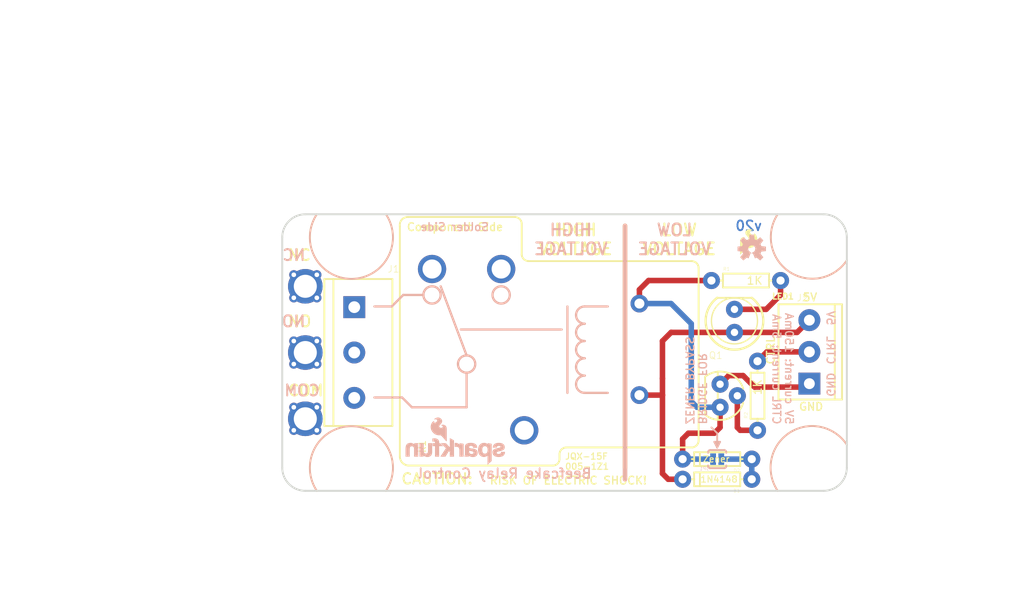
<source format=kicad_pcb>
(kicad_pcb (version 20211014) (generator pcbnew)
  (layers (0 "F.Cu" signal) (31 "B.Cu" signal) (34 "B.Paste" user) (35 "F.Paste" user) (36 "B.SilkS" user "B.Silkscreen") (37 "F.SilkS" user "F.Silkscreen") (38 "B.Mask" user) (39 "F.Mask" user) (44 "Edge.Cuts" user))
  (net 0 "")
  (net 1 "GND")
  (net 2 "VCC")
  (net 3 "N$6")
  (net 4 "RELAY")
  (net 5 "N$9")
  (net 6 "COIL")
  (net 7 "COMMON")
  (net 8 "NC")
  (net 9 "NO")
  (net 10 "DIODENODE")
  (footprint "boardEagle:SFE-LOGO-FLAME" (layer "F.Cu") (at 167.8686 94.2086)
    (fp_text reference "U$11" hide)
    (fp_text value "" hide)
    (fp_poly (pts (xy 1.126002 -2.808203) (xy 1.215449 -2.785829) (xy 1.228477 -2.780783) (xy 1.240149 -2.774875) (xy 1.25686 -2.766576) (xy 1.275552 -2.759834) (xy 1.371694 -2.7026) (xy 1.3793 -2.7026) (xy 1.3793 -2.6772) (xy 1.306833 -2.6772) (xy 1.208418 -2.657914) (xy 1.074855 -2.495286) (xy 1.079365 -2.436825) (xy 1.12809 -2.341869) (xy 1.204666 -2.265196) (xy 1.294069 -2.200638) (xy 1.369348 -2.168824) (xy 1.450737 -2.171632) (xy 1.458864 -2.174186) (xy 1.466257 -2.177389) (xy 1.530514 -2.236956) (xy 1.5368 -2.259812) (xy 1.5368 -2.377938) (xy 1.763707 -2.148127) (xy 1.868186 -1.856841) (xy 1.871603 -1.856894) (xy 1.87806 -1.650435) (xy 1.848857 -1.45742) (xy 1.785308 -1.272842) (xy 1.6663 -1.061578) (xy 1.6663 -1.080581) (xy 1.378131 -0.80901) (xy 0.982239 -0.6985) (xy 0.753005 -0.6985) (xy 0.716201 -0.692046) (xy 0.681776 -0.679592) (xy 0.496322 -0.541784) (xy -0.0126 0.03091) (xy -0.0126 -1.52077) (xy 0.060004 -1.761967) (xy 0.168295 -1.865489) (xy 0.307122 -1.917522) (xy 0.4039 -1.925089) (xy 0.499384 -1.917623) (xy 0.55991 -1.908099) (xy 0.557788 -1.884433) (xy 0.522216 -1.885242) (xy 0.501784 -1.876141) (xy 0.420519 -1.817154) (xy 0.400722 -1.79067) (xy 0.390395 -1.7285) (xy 0.400905 -1.665229) (xy 0.421405 -1.625174) (xy 0.452343 -1.592685) (xy 0.546535 -1.54355) (xy 0.652229 -1.531742) (xy 0.742768 -1.550084) (xy 0.82422 -1.589656) (xy 0.92203 -1.754659) (xy 0.907706 -1.848844) (xy 0.850914 -1.930401) (xy 0.584707 -2.263237) (xy 0.561667 -2.510855) (xy 0.627495 -2.621556) (xy 0.629042 -2.623103) (xy 0.778901 -2.74712) (xy 1.032676 -2.817064)) (layer "F.SilkS") (width 0) (fill solid))
  )
  (footprint "boardEagle:STAND-OFF" (layer "F.Cu") (at 125.0061 117.7036)
    (fp_text reference "U$3" hide)
    (fp_text value "STAND-OFF" hide)
    (pad "" np_thru_hole circle (at 0 0) (size 3.302 3.302) (drill 3.302) (layers *.Cu *.Mask))
  )
  (footprint "boardEagle:CREATIVE_COMMONS" (layer "F.Cu") (at 116.2431 133.3246)
    (fp_text reference "FRAME2" hide)
    (fp_text value "FRAME-LETTER" hide)
  )
  (footprint "boardEagle:TO-92-EZ" (layer "F.Cu") (at 165.6461 109.7661 -90)
    (fp_text reference "Q1" (at -4.445 1.27) (layer "F.SilkS") (effects (font (size 0.757936 0.757936) (thickness 0.054864)) (justify left)))
    (fp_text value "2N3904")
    (fp_line (start -2.0945 1.651) (end 2.0945 1.651) (layer "F.SilkS") (width 0.2032))
    (fp_line (start 2.2537 0.254) (end 2.6549 0.254) (layer "F.SilkS") (width 0.2032))
    (fp_line (start -2.6549 0.254) (end -2.2537 0.254) (layer "F.SilkS") (width 0.2032))
    (fp_line (start -0.2863 0.254) (end 0.2863 0.254) (layer "F.SilkS") (width 0.2032))
    (fp_arc (start 0.7863 -2.548397) (mid 2.546269 -0.7932) (end 2.0945 1.651) (layer "F.SilkS") (width 0.2032))
    (fp_arc (start -2.094599 1.650999) (mid -2.546339 -0.793276) (end -0.7863 -2.5485) (layer "F.SilkS") (width 0.2032))
    (pad "1" thru_hole circle (at -1.27 0 270) (size 1.8796 1.8796) (drill 0.8128) (layers *.Cu) (net 1 "GND"))
    (pad "2" thru_hole circle (at 0 -1.905 270) (size 1.8796 1.8796) (drill 0.8128) (layers *.Cu) (net 3 "N$6"))
    (pad "3" thru_hole circle (at 1.27 0 270) (size 1.8796 1.8796) (drill 0.8128) (layers *.Cu) (net 6 "COIL"))
  )
  (footprint "boardEagle:AXIAL-0.3EZ" (layer "F.Cu") (at 168.5036 97.0661)
    (fp_text reference "R1" (at -2.54 -1.27) (layer "F.SilkS") (effects (font (size 0.376489 0.376489) (thickness 0.029911)) (justify left)))
    (fp_text value "1K" (at 0 0) (layer "F.SilkS") (effects (font (size 0.88646 0.88646) (thickness 0.12954)) (justify left)))
    (fp_line (start 2.54 0) (end 2.54 0.762) (layer "F.SilkS") (width 0.2032))
    (fp_line (start -2.54 0) (end -2.794 0) (layer "F.SilkS") (width 0.2032))
    (fp_line (start 2.54 -0.762) (end 2.54 0) (layer "F.SilkS") (width 0.2032))
    (fp_line (start 2.54 0) (end 2.794 0) (layer "F.SilkS") (width 0.2032))
    (fp_line (start -2.54 0.762) (end -2.54 0) (layer "F.SilkS") (width 0.2032))
    (fp_line (start -2.54 -0.762) (end 2.54 -0.762) (layer "F.SilkS") (width 0.2032))
    (fp_line (start -2.54 0) (end -2.54 -0.762) (layer "F.SilkS") (width 0.2032))
    (fp_line (start 2.54 0.762) (end -2.54 0.762) (layer "F.SilkS") (width 0.2032))
    (pad "P$1" thru_hole circle (at -3.81 0) (size 1.8796 1.8796) (drill 0.9) (layers *.Cu) (net 6 "COIL"))
    (pad "P$2" thru_hole circle (at 3.81 0) (size 1.8796 1.8796) (drill 0.9) (layers *.Cu) (net 5 "N$9"))
  )
  (footprint "boardEagle:DIODE-1N4148-KIT" (layer "F.Cu") (at 165.3286 116.7511 180)
    (fp_text reference "D2" (at -2.54 -1.27) (layer "F.SilkS") (effects (font (size 0.376489 0.376489) (thickness 0.029911)) (justify right)))
    (fp_text value "Zener" (at 1.651 0) (layer "F.SilkS") (effects (font (size 0.700634 0.700634) (thickness 0.112166)) (justify left)))
    (fp_line (start 2.54 -0.762) (end 2.54 0) (layer "F.SilkS") (width 0.2032))
    (fp_line (start 2.54 0.762) (end -2.54 0.762) (layer "F.SilkS") (width 0.2032))
    (fp_line (start -2.54 0.762) (end -2.54 0) (layer "F.SilkS") (width 0.2032))
    (fp_line (start -2.54 0) (end -2.794 0) (layer "F.SilkS") (width 0.2032))
    (fp_line (start 2.54 0) (end 2.54 0.762) (layer "F.SilkS") (width 0.2032))
    (fp_line (start 2.54 0) (end 2.794 0) (layer "F.SilkS") (width 0.2032))
    (fp_line (start -2.54 -0.762) (end 2.54 -0.762) (layer "F.SilkS") (width 0.2032))
    (fp_line (start 1.905 -0.635) (end 1.905 0.635) (layer "F.SilkS") (width 0.2032))
    (fp_line (start -2.54 0) (end -2.54 -0.762) (layer "F.SilkS") (width 0.2032))
    (pad "A" thru_hole circle (at -3.81 0 180) (size 1.8796 1.8796) (drill 0.9) (layers *.Cu) (net 10 "DIODENODE"))
    (pad "C" thru_hole circle (at 3.81 0 180) (size 1.8796 1.8796) (drill 0.9) (layers *.Cu) (net 6 "COIL"))
  )
  (footprint "boardEagle:STAND-OFF" (layer "F.Cu") (at 175.8061 117.7036)
    (fp_text reference "U$4" hide)
    (fp_text value "STAND-OFF" hide)
    (pad "" np_thru_hole circle (at 0 0) (size 3.302 3.302) (drill 3.302) (layers *.Cu *.Mask))
  )
  (footprint "boardEagle:RELAY-T90" (layer "F.Cu") (at 156.7561 95.7961)
    (fp_text reference "K1" (at -23.495 20.32 90) (layer "F.SilkS") (effects (font (size 0.69088 0.69088) (thickness 0.12192)) (justify left bottom)))
    (fp_text value "JQX-15F")
    (fp_line (start 6.525 18.965) (end 6.525 -0.17) (layer "F.SilkS") (width 0.2032))
    (fp_line (start -12.975 -1.57) (end -12.975 -5.035) (layer "F.SilkS") (width 0.2032))
    (fp_line (start -12.225 -0.87) (end 5.775 -0.87) (layer "F.SilkS") (width 0.2032))
    (fp_line (start -8.06 19.665) (end 5.875 19.665) (layer "F.SilkS") (width 0.2032))
    (fp_line (start -8.81 20.965) (end -8.81 20.365) (layer "F.SilkS") (width 0.2032))
    (fp_line (start -25.5 -5.735) (end -13.725 -5.735) (layer "F.SilkS") (width 0.2032))
    (fp_line (start -26.41 20.665) (end -26.41 -4.735) (layer "F.SilkS") (width 0.2032))
    (fp_line (start -9.56 21.665) (end -25.5 21.665) (layer "F.SilkS") (width 0.2032))
    (fp_arc (start 5.775 -0.87) (mid 6.283064 -0.662568) (end 6.524999 -0.169999) (layer "F.SilkS") (width 0.2032))
    (fp_arc (start -12.225 -0.87) (mid -12.733063 -1.077432) (end -12.974998 -1.57) (layer "F.SilkS") (width 0.2032))
    (fp_arc (start -13.725 -5.735) (mid -13.216936 -5.527569) (end -12.975 -5.035) (layer "F.SilkS") (width 0.2032))
    (fp_arc (start -25.5 21.665) (mid -26.145125 21.338013) (end -26.41 20.664998) (layer "F.SilkS") (width 0.2032))
    (fp_arc (start -8.81 20.365) (mid -8.568064 19.872431) (end -8.06 19.664998) (layer "F.SilkS") (width 0.2032))
    (fp_arc (start -26.41 -4.734999) (mid -26.188154 -5.447169) (end -25.5 -5.735) (layer "F.SilkS") (width 0.2032))
    (fp_arc (start 6.525 18.965) (mid 6.316659 19.423327) (end 5.874999 19.664999) (layer "F.SilkS") (width 0.2032))
    (fp_arc (start -8.81 20.965) (mid -9.0375 21.473034) (end -9.559999 21.664999) (layer "F.SilkS") (width 0.2032))
    (pad "COIL1" thru_hole circle (at 0 13.9 90) (size 1.9558 1.9558) (drill 1.1) (layers *.Cu *.Mask) (net 2 "VCC"))
    (pad "COIL2" thru_hole circle (at 0 3.81 90) (size 1.9558 1.9558) (drill 1.1) (layers *.Cu *.Mask) (net 6 "COIL"))
    (pad "MAIN" thru_hole circle (at -12.7 17.78 90) (size 3.116 3.116) (drill 2.1) (layers *.Cu *.Mask) (net 7 "COMMON"))
    (pad "NC" thru_hole circle (at -22.86 0 90) (size 3.116 3.116) (drill 2.1) (layers *.Cu *.Mask) (net 8 "NC"))
    (pad "NO" thru_hole circle (at -15.24 0 90) (size 3.116 3.116) (drill 2.1) (layers *.Cu *.Mask) (net 9 "NO"))
  )
  (footprint "boardEagle:STAND-OFF" (layer "F.Cu") (at 175.8061 92.3036)
    (fp_text reference "U$5" hide)
    (fp_text value "STAND-OFF" hide)
    (pad "" np_thru_hole circle (at 0 0) (size 3.302 3.302) (drill 3.302) (layers *.Cu *.Mask))
  )
  (footprint "boardEagle:AXIAL-0.3EZ" (layer "F.Cu") (at 169.7736 109.7661 90)
    (fp_text reference "R2" (at -2.54 -1.27 90) (layer "F.SilkS") (effects (font (size 0.376489 0.376489) (thickness 0.029911)) (justify left)))
    (fp_text value "1K" (at 0 0 90) (layer "F.SilkS") (effects (font (size 0.88646 0.88646) (thickness 0.12954)) (justify left)))
    (fp_line (start 2.54 0.762) (end -2.54 0.762) (layer "F.SilkS") (width 0.2032))
    (fp_line (start -2.54 -0.762) (end 2.54 -0.762) (layer "F.SilkS") (width 0.2032))
    (fp_line (start -2.54 0.762) (end -2.54 0) (layer "F.SilkS") (width 0.2032))
    (fp_line (start 2.54 0) (end 2.794 0) (layer "F.SilkS") (width 0.2032))
    (fp_line (start 2.54 0) (end 2.54 0.762) (layer "F.SilkS") (width 0.2032))
    (fp_line (start 2.54 -0.762) (end 2.54 0) (layer "F.SilkS") (width 0.2032))
    (fp_line (start -2.54 0) (end -2.54 -0.762) (layer "F.SilkS") (width 0.2032))
    (fp_line (start -2.54 0) (end -2.794 0) (layer "F.SilkS") (width 0.2032))
    (pad "P$1" thru_hole circle (at -3.81 0 90) (size 1.8796 1.8796) (drill 0.9) (layers *.Cu) (net 3 "N$6"))
    (pad "P$2" thru_hole circle (at 3.81 0 90) (size 1.8796 1.8796) (drill 0.9) (layers *.Cu) (net 4 "RELAY"))
  )
  (footprint "boardEagle:SCREWTERMINAL-5MM-3" (layer "F.Cu") (at 125.3236 99.9998 -90)
    (fp_text reference "J1" (at -4.2037 -5.0038) (layer "F.SilkS") (effects (font (size 0.756717 0.756717) (thickness 0.056083)) (justify right)))
    (fp_text value "")
    (fp_line (start 13.1 2.3) (end -3.1 2.3) (layer "F.SilkS") (width 0.2032))
    (fp_line (start 13.1 3.3) (end -3.1 3.3) (layer "F.SilkS") (width 0.2032))
    (fp_line (start 13.1 2.3) (end 13.1 3.3) (layer "F.SilkS") (width 0.2032))
    (fp_line (start -3.1 3.3) (end -3.1 2.3) (layer "F.SilkS") (width 0.2032))
    (fp_line (start 13.1 -4.2) (end 13.1 2.3) (layer "F.SilkS") (width 0.2032))
    (fp_line (start -3.1 -4.2) (end 13.1 -4.2) (layer "F.SilkS") (width 0.2032))
    (fp_line (start -3.1 2.3) (end -3.1 -4.2) (layer "F.SilkS") (width 0.2032))
    (pad "1" thru_hole rect (at 0 0 270) (size 2.413 2.413) (drill 1.3) (layers *.Cu *.Mask) (net 8 "NC"))
    (pad "2" thru_hole circle (at 5 0 270) (size 2.413 2.413) (drill 1.3) (layers *.Cu *.Mask) (net 9 "NO"))
    (pad "3" thru_hole circle (at 10 0 270) (size 2.413 2.413) (drill 1.3) (layers *.Cu *.Mask) (net 7 "COMMON"))
  )
  (footprint "boardEagle:STAND-OFF" (layer "F.Cu") (at 125.0061 92.3036)
    (fp_text reference "U$7" hide)
    (fp_text value "STAND-OFF" hide)
    (pad "" np_thru_hole circle (at 0 0) (size 3.302 3.302) (drill 3.302) (layers *.Cu *.Mask))
  )
  (footprint "boardEagle:DIODE-1N4148-KIT" (layer "F.Cu") (at 165.3286 118.9736 180)
    (fp_text reference "D1" (at -2.54 -1.27) (layer "F.SilkS") (effects (font (size 0.376489 0.376489) (thickness 0.029911)) (justify right)))
    (fp_text value "1N4148" (at 1.905 0) (layer "F.SilkS") (effects (font (size 0.700634 0.700634) (thickness 0.112166)) (justify left)))
    (fp_line (start 1.905 -0.635) (end 1.905 0.635) (layer "F.SilkS") (width 0.2032))
    (fp_line (start -2.54 -0.762) (end 2.54 -0.762) (layer "F.SilkS") (width 0.2032))
    (fp_line (start 2.54 -0.762) (end 2.54 0) (layer "F.SilkS") (width 0.2032))
    (fp_line (start -2.54 0) (end -2.794 0) (layer "F.SilkS") (width 0.2032))
    (fp_line (start 2.54 0) (end 2.794 0) (layer "F.SilkS") (width 0.2032))
    (fp_line (start 2.54 0.762) (end -2.54 0.762) (layer "F.SilkS") (width 0.2032))
    (fp_line (start -2.54 0) (end -2.54 -0.762) (layer "F.SilkS") (width 0.2032))
    (fp_line (start -2.54 0.762) (end -2.54 0) (layer "F.SilkS") (width 0.2032))
    (fp_line (start 2.54 0) (end 2.54 0.762) (layer "F.SilkS") (width 0.2032))
    (pad "A" thru_hole circle (at -3.81 0 180) (size 1.8796 1.8796) (drill 0.9) (layers *.Cu) (net 10 "DIODENODE"))
    (pad "C" thru_hole circle (at 3.81 0 180) (size 1.8796 1.8796) (drill 0.9) (layers *.Cu) (net 2 "VCC"))
  )
  (footprint "boardEagle:SCREWTERMINAL-3.5MM-3" (layer "F.Cu") (at 175.4886 108.4326 90)
    (fp_text reference "J2" (at 9.4615 -0.0635) (layer "F.SilkS") (effects (font (size 0.756717 0.756717) (thickness 0.056083)) (justify right)))
    (fp_text value "")
    (fp_line (start 8.75 2.8) (end -1.75 2.8) (layer "F.SilkS") (width 0.2032))
    (fp_line (start -1.75 3.6) (end -1.75 2.8) (layer "F.SilkS") (width 0.2032))
    (fp_line (start 8.75 2.8) (end 8.75 3.6) (layer "F.SilkS") (width 0.2032))
    (fp_line (start -1.75 -3.4) (end 8.75 -3.4) (layer "F.SilkS") (width 0.2032))
    (fp_line (start 8.75 -3.4) (end 8.75 2.8) (layer "F.SilkS") (width 0.2032))
    (fp_line (start 8.75 3.6) (end -1.75 3.6) (layer "F.SilkS") (width 0.2032))
    (fp_line (start -1.75 2.8) (end -1.75 -3.4) (layer "F.SilkS") (width 0.2032))
    (pad "1" thru_hole rect (at 0 0 90) (size 2.413 2.413) (drill 1.2) (layers *.Cu *.Mask) (net 1 "GND"))
    (pad "2" thru_hole circle (at 3.5 0 90) (size 2.413 2.413) (drill 1.2) (layers *.Cu *.Mask) (net 4 "RELAY"))
    (pad "3" thru_hole circle (at 7 0 90) (size 2.413 2.413) (drill 1.2) (layers *.Cu *.Mask) (net 2 "VCC"))
  )
  (footprint "boardEagle:LED5MM-KIT" (layer "F.Cu") (at 167.2336 101.5111 90)
    (fp_text reference "LED1" (at 2.6924 4.064) (layer "F.SilkS") (effects (font (size 0.64135 0.64135) (thickness 0.17145)) (justify left)))
    (fp_text value "")
    (fp_line (start 2.54 1.905) (end 2.54 -1.905) (layer "F.SilkS") (width 0.2032))
    (fp_arc (start 2.54 1.905) (mid -3.175 0) (end 2.54 -1.905) (layer "F.SilkS") (width 0.254))
    (fp_circle (center 0 0) (end 2.54 0) (layer "F.SilkS") (width 0.1524) (fill none))
    (pad "A" thru_hole circle (at -1.27 0 90) (size 1.8796 1.8796) (drill 0.8128) (layers *.Cu) (net 2 "VCC"))
    (pad "K" thru_hole circle (at 1.27 0 90) (size 1.8796 1.8796) (drill 0.8128) (layers *.Cu) (net 5 "N$9"))
  )
  (footprint "boardEagle:SFE_LOGO_NAME_FLAME_.1" (layer "B.Cu") (at 142.3416 117.3861 180)
    (fp_text reference "LOGO1" hide)
    (fp_text value "SFE_LOGO_NAME_FLAME.1_INCH" hide)
    (fp_poly (pts (xy 7.962717 5.195922) (xy 8.04525 5.164972) (xy 8.110112 5.132541) (xy 8.155026 5.098855) (xy 8.231982 5.0219) (xy 8.103817 5.0219) (xy 8.073817 5.0319) (xy 8.054689 5.0319) (xy 8.018361 5.022818) (xy 7.972477 5.013641) (xy 7.94011 4.997458) (xy 7.908081 4.973435) (xy 7.894532 4.953112) (xy 7.885289 4.925383) (xy 7.875288 4.905381) (xy 7.870161 4.89) (xy 7.876608 4.87066) (xy 7.885362 4.835643) (xy 7.903017 4.80916) (xy 7.921313 4.772569) (xy 7.944275 4.749607) (xy 7.972014 4.731115) (xy 8.012016 4.701113) (xy 8.039157 4.683019) (xy 8.108995 4.6481) (xy 8.163817 4.6481) (xy 8.183112 4.654532) (xy 8.197989 4.66445) (xy 8.2119 4.706183) (xy 8.2119 4.841647) (xy 8.353602 4.770796) (xy 8.440998 4.672476) (xy 8.514691 4.546144) (xy 8.566893 4.39998) (xy 8.598297 4.23249) (xy 8.587813 4.043773) (xy 8.5355 3.855448) (xy 8.431878 3.668928) (xy 8.358618 3.574737) (xy 8.276044 3.492162) (xy 8.192524 3.419083) (xy 8.086984 3.355759) (xy 7.982127 3.313816) (xy 7.868165 3.282735) (xy 7.743153 3.2619) (xy 7.553156 3.2619) (xy 7.503397 3.253607) (xy 7.461803 3.228651) (xy 7.366805 3.152652) (xy 7.318163 3.094281) (xy 7.189168 2.965286) (xy 7.13917 2.895289) (xy 7.078159 2.834277) (xy 7.028163 2.774281) (xy 6.978854 2.724972) (xy 6.948855 2.684974) (xy 6.919607 2.655725) (xy 6.890391 2.6119) (xy 6.8219 2.6119) (xy 6.8219 3.93211) (xy 6.832133 4.024207) (xy 6.842579 4.118219) (xy 6.864711 4.184617) (xy 6.896577 4.248348) (xy 6.93223 4.30777) (xy 6.988708 4.341656) (xy 7.031171 4.373503) (xy 7.08585 4.395375) (xy 7.139674 4.416905) (xy 7.206847 4.4281) (xy 7.29469 4.4281) (xy 7.334689 4.4181) (xy 7.358994 4.4181) (xy 7.434319 4.380438) (xy 7.382569 4.328687) (xy 7.334617 4.304711) (xy 7.310581 4.296699) (xy 7.279607 4.265725) (xy 7.264532 4.243112) (xy 7.2581 4.223817) (xy 7.2581 4.206183) (xy 7.265288 4.184619) (xy 7.281313 4.152569) (xy 7.304275 4.129607) (xy 7.327833 4.113902) (xy 7.370903 4.096674) (xy 7.413772 4.0881) (xy 7.485311 4.0881) (xy 7.554357 4.105361) (xy 7.603944 4.13842) (xy 7.636004 4.178495) (xy 7.6519 4.226183) (xy 7.6519 4.282181) (xy 7.627357 4.339448) (xy 7.561404 4.414823) (xy 7.481425 4.504799) (xy 7.408661 4.587958) (xy 7.354008 4.686334) (xy 7.3319 4.785818) (xy 7.3319 4.876183) (xy 7.365667 4.977483) (xy 7.421486 5.055631) (xy 7.517938 5.141365) (xy 7.637145 5.206387) (xy 7.756565 5.2281) (xy 7.866183 5.2281)) (layer "B.SilkS") (width 0) (fill solid))
    (fp_poly (pts (xy 8.4081 2.903547) (xy 8.4081 2.5619) (xy 8.204689 2.5619) (xy 8.173301 2.554053) (xy 8.146088 2.540446) (xy 8.133019 2.520843) (xy 8.1281 2.511005) (xy 8.1281 2.47531) (xy 8.1181 2.435311) (xy 8.1181 2.3981) (xy 8.3881 2.3981) (xy 8.3881 2.0619) (xy 8.1181 2.0619) (xy 8.1181 0.9019) (xy 7.6619 0.9019) (xy 7.6619 2.0619) (xy 7.1957 2.0619) (xy 7.324972 2.158854) (xy 7.453059 2.286941) (xy 7.484974 2.318855) (xy 7.522786 2.347214) (xy 7.56095 2.3981) (xy 7.6619 2.3981) (xy 7.6619 2.566909) (xy 7.694634 2.654201) (xy 7.727171 2.730119) (xy 7.783868 2.798155) (xy 7.860287 2.852741) (xy 7.945902 2.895548) (xy 8.054408 2.9281) (xy 8.358994 2.9281)) (layer "B.SilkS") (width 0) (fill solid))
    (fp_poly (pts (xy 4.274375 1.55959) (xy 4.218994 1.5319) (xy 4.196183 1.5319) (xy 4.166183 1.5219) (xy 4.126183 1.5219) (xy 4.096183 1.5119) (xy 4.058995 1.5119) (xy 4.038994 1.5019) (xy 3.983743 1.5019) (xy 3.876874 1.782432) (xy 4.015793 1.797867) (xy 4.105203 1.807801) (xy 4.208628 1.822577)) (layer "B.SilkS") (width 0) (fill solid))
    (fp_poly (pts (xy 4.323772 2.4181) (xy 4.383773 2.4181) (xy 4.440902 2.406674) (xy 4.490903 2.386674) (xy 4.540902 2.376674) (xy 4.598829 2.353503) (xy 4.64286 2.32048) (xy 4.68286 2.29048) (xy 4.727214 2.257214) (xy 4.762541 2.210112) (xy 4.784786 2.165621) (xy 4.806674 2.110902) (xy 4.8181 2.053773) (xy 4.8181 1.188995) (xy 4.8281 1.168994) (xy 4.8281 1.078995) (xy 4.8381 1.058994) (xy 4.8381 1.038995) (xy 4.8481 1.018994) (xy 4.8481 0.988995) (xy 4.851313 0.982569) (xy 4.8681 0.965782) (xy 4.8681 0.9019) (xy 4.4019 0.9019) (xy 4.4019 0.934218) (xy 4.3919 0.944218) (xy 4.3919 0.954218) (xy 4.3819 0.964218) (xy 4.3819 0.994218) (xy 4.38 0.996118) (xy 4.364273 0.980392) (xy 4.326889 0.955469) (xy 4.296888 0.945468) (xy 4.266889 0.925469) (xy 4.232048 0.913855) (xy 4.136183 0.8819) (xy 4.106183 0.8819) (xy 4.076183 0.8719) (xy 4.036183 0.8719) (xy 4.006183 0.8619) (xy 3.886227 0.8619) (xy 3.836228 0.8719) (xy 3.78531 0.8719) (xy 3.738251 0.883665) (xy 3.684379 0.905214) (xy 3.64084 0.926983) (xy 3.610843 0.946981) (xy 3.567431 0.968687) (xy 3.530392 1.005727) (xy 3.508887 1.037984) (xy 3.478885 1.077986) (xy 3.454118 1.115137) (xy 3.443641 1.167523) (xy 3.4219 1.211006) (xy 3.4219 1.266228) (xy 3.411214 1.31966) (xy 3.432999 1.43948) (xy 3.465048 1.535627) (xy 3.510194 1.614633) (xy 3.587954 1.681284) (xy 3.663755 1.724599) (xy 3.748654 1.756436) (xy 3.833246 1.777584) (xy 3.955105 1.791124) (xy 4.059753 1.516423) (xy 3.994619 1.494712) (xy 3.982569 1.488687) (xy 3.972569 1.478687) (xy 3.932569 1.458687) (xy 3.922569 1.448687) (xy 3.908398 1.441602) (xy 3.8881 1.401005) (xy 3.8881 1.381006) (xy 3.8781 1.361005) (xy 3.8781 1.326183) (xy 3.8881 1.296183) (xy 3.8881 1.278995) (xy 3.891313 1.272569) (xy 3.901313 1.262569) (xy 3.908398 1.248398) (xy 3.922569 1.241313) (xy 3.932569 1.231313) (xy 3.958995 1.2181) (xy 3.978994 1.2181) (xy 3.998995 1.2081) (xy 4.018994 1.2081) (xy 4.038995 1.1981) (xy 4.076228 1.1981) (xy 4.126227 1.2081) (xy 4.171005 1.2081) (xy 4.206702 1.225948) (xy 4.244357 1.235361) (xy 4.265725 1.249607) (xy 4.280393 1.264275) (xy 4.300392 1.294273) (xy 4.316699 1.310581) (xy 4.323855 1.332048) (xy 4.334711 1.364617) (xy 4.344712 1.384619) (xy 4.3519 1.406183) (xy 4.3519 1.568353) (xy 4.347039 1.565922) (xy 4.318994 1.5519) (xy 4.298995 1.5519) (xy 4.278994 1.5419) (xy 4.200252 1.5419) (xy 4.1341 1.80651) (xy 4.238735 1.836406) (xy 4.293987 1.854823) (xy 4.333997 1.878829) (xy 4.3519 1.9027) (xy 4.3519 1.991005) (xy 4.328687 2.037431) (xy 4.318687 2.047431) (xy 4.311602 2.061602) (xy 4.271005 2.0819) (xy 4.251006 2.0819) (xy 4.231005 2.0919) (xy 4.068995 2.0919) (xy 3.982569 2.048687) (xy 3.951313 2.017431) (xy 3.945288 2.005381) (xy 3.935289 1.975383) (xy 3.9281 1.961005) (xy 3.9281 1.8819) (xy 3.455024 1.8819) (xy 3.472418 1.986264) (xy 3.48291 2.049212) (xy 3.50581 2.117914) (xy 3.538344 2.161292) (xy 3.568341 2.211288) (xy 3.602786 2.257214) (xy 3.648712 2.291659) (xy 3.700398 2.32267) (xy 3.753016 2.354241) (xy 3.809098 2.376674) (xy 3.860201 2.386895) (xy 3.920788 2.40709) (xy 3.983148 2.417484) (xy 4.036227 2.4281) (xy 4.273773 2.4281)) (layer "B.SilkS") (width 0) (fill solid))
    (fp_poly (pts (xy 1.318909 2.407105) (xy 1.423264 2.375798) (xy 1.519412 2.333066) (xy 1.607214 2.267214) (xy 1.672541 2.180112) (xy 1.72664 2.071915) (xy 1.754976 1.9019) (xy 1.308765 1.9019) (xy 1.293326 1.979097) (xy 1.276098 2.022167) (xy 1.262526 2.042526) (xy 1.240843 2.056981) (xy 1.204375 2.075215) (xy 1.162662 2.0919) (xy 1.006183 2.0919) (xy 0.98066 2.083392) (xy 0.940665 2.073394) (xy 0.92445 2.067989) (xy 0.8981 2.028465) (xy 0.8981 2.004689) (xy 0.905096 1.976706) (xy 0.927214 1.947214) (xy 0.96011 1.922542) (xy 1.014619 1.895288) (xy 1.068469 1.877338) (xy 1.147009 1.86752) (xy 1.388733 1.807089) (xy 1.483895 1.785942) (xy 1.558903 1.74308) (xy 1.631815 1.701416) (xy 1.698636 1.645732) (xy 1.743641 1.578224) (xy 1.777243 1.499819) (xy 1.788424 1.399193) (xy 1.767087 1.260502) (xy 1.723873 1.141664) (xy 1.658089 1.053951) (xy 1.571411 0.978108) (xy 1.463664 0.924235) (xy 1.348165 0.892735) (xy 1.224722 0.872161) (xy 1.1 0.861768) (xy 0.975278 0.872161) (xy 0.851835 0.892735) (xy 0.736336 0.924235) (xy 0.628589 0.978108) (xy 0.542165 1.053729) (xy 0.466623 1.150855) (xy 0.423006 1.259898) (xy 0.39559 1.4381) (xy 0.8481 1.4381) (xy 0.8481 1.347338) (xy 0.863504 1.308829) (xy 0.887214 1.277214) (xy 0.955427 1.226055) (xy 1.00687 1.217481) (xy 1.056852 1.207484) (xy 1.108449 1.198885) (xy 1.14531 1.2081) (xy 1.185311 1.2081) (xy 1.216699 1.215947) (xy 1.24989 1.232542) (xy 1.284972 1.258854) (xy 1.305598 1.27948) (xy 1.320728 1.34) (xy 1.314053 1.366699) (xy 1.299944 1.394917) (xy 1.268708 1.418344) (xy 1.223987 1.445177) (xy 1.169335 1.463394) (xy 1.011643 1.502817) (xy 0.912131 1.522719) (xy 0.819125 1.543387) (xy 0.735799 1.574634) (xy 0.662989 1.605839) (xy 0.589958 1.647571) (xy 0.522526 1.692526) (xy 0.476359 1.761776) (xy 0.442757 1.840181) (xy 0.431724 1.939473) (xy 0.442506 2.068851) (xy 0.487042 2.180192) (xy 0.563128 2.267148) (xy 0.638766 2.33198) (xy 0.747525 2.386359) (xy 0.852856 2.407426) (xy 0.966565 2.4281) (xy 1.203435 2.4281)) (layer "B.SilkS") (width 0) (fill solid))
    (fp_poly (pts (xy 6.4881 1.944647) (xy 6.92377 2.3981) (xy 7.493235 2.3981) (xy 6.919019 1.834719) (xy 7.530534 0.9019) (xy 6.968776 0.9019) (xy 6.592048 1.510462) (xy 6.4881 1.413444) (xy 6.4881 0.9019) (xy 6.0219 0.9019) (xy 6.0219 2.702757) (xy 6.4881 2.953788)) (layer "B.SilkS") (width 0) (fill solid))
    (fp_poly (pts (xy 2.857823 2.417663) (xy 3.006845 2.364441) (xy 3.124841 2.289352) (xy 3.220441 2.18313) (xy 3.294903 2.066118) (xy 3.336905 1.929612) (xy 3.367832 1.785286) (xy 3.380795 1.590841) (xy 2.9119 1.602864) (xy 2.9119 1.727626) (xy 2.90275 1.800824) (xy 2.874631 1.875809) (xy 2.847172 1.93988) (xy 2.804269 1.991364) (xy 2.751775 2.02636) (xy 2.690183 2.052756) (xy 2.610264 2.061636) (xy 2.539176 2.05275) (xy 2.469061 2.026457) (xy 2.426805 1.992652) (xy 2.382828 1.93988) (xy 2.355369 1.875809) (xy 2.32725 1.800824) (xy 2.3181 1.727626) (xy 2.3181 1.564689) (xy 2.356222 1.412201) (xy 2.382128 1.351754) (xy 2.425723 1.308159) (xy 2.478207 1.264423) (xy 2.537389 1.247513) (xy 2.619736 1.238364) (xy 2.692996 1.247521) (xy 2.762304 1.264848) (xy 2.812652 1.306805) (xy 2.847019 1.349764) (xy 2.890523 1.451274) (xy 3.302811 1.257255) (xy 3.22082 1.106939) (xy 3.124827 1.010945) (xy 3.007641 0.92572) (xy 2.878619 0.882712) (xy 2.719372 0.861479) (xy 2.653736 0.872418) (xy 2.593736 0.882418) (xy 2.528085 0.89336) (xy 2.461652 0.926577) (xy 2.410398 0.95733) (xy 2.354526 0.990852) (xy 2.3281 1.023885) (xy 2.3281 0.008018) (xy 2.174549 0.161569) (xy 2.076199 0.240249) (xy 2.024551 0.281567) (xy 1.934549 0.371569) (xy 1.8719 0.421688) (xy 1.8719 2.319748) (xy 1.941639 2.337182) (xy 1.996227 2.3481) (xy 2.045311 2.3481) (xy 2.081639 2.357182) (xy 2.131643 2.367183) (xy 2.171639 2.377182) (xy 2.222528 2.38736) (xy 2.3181 2.406475) (xy 2.3181 2.281982) (xy 2.334551 2.298433) (xy 2.3882 2.341352) (xy 2.440398 2.37267) (xy 2.496601 2.406392) (xy 2.563736 2.417582) (xy 2.626847 2.4281) (xy 2.701269 2.4281)) (layer "B.SilkS") (width 0) (fill solid))
    (fp_poly (pts (xy 8.8881 1.562374) (xy 8.907709 1.405502) (xy 8.916055 1.355427) (xy 8.966003 1.288829) (xy 9.003942 1.266066) (xy 9.046852 1.257484) (xy 9.100786 1.248495) (xy 9.174498 1.257709) (xy 9.226603 1.266393) (xy 9.266373 1.290255) (xy 9.298687 1.322569) (xy 9.325428 1.376051) (xy 9.352861 1.440061) (xy 9.3619 1.512374) (xy 9.3619 2.3981) (xy 9.8281 2.3981) (xy 9.8281 0.9019) (xy 9.3819 0.9019) (xy 9.3819 1.033885) (xy 9.357107 1.002893) (xy 9.300649 0.957727) (xy 9.235621 0.925214) (xy 9.18311 0.904209) (xy 9.118789 0.882769) (xy 9.04585 0.872349) (xy 8.9818 0.861674) (xy 8.831979 0.872376) (xy 8.714139 0.915227) (xy 8.61813 0.968565) (xy 8.540015 1.035521) (xy 8.484692 1.135102) (xy 8.452895 1.241091) (xy 8.4319 1.356565) (xy 8.4319 2.3981) (xy 8.8881 2.3981)) (layer "B.SilkS") (width 0) (fill solid))
    (fp_poly (pts (xy 10.956431 2.417738) (xy 11.074473 2.385544) (xy 11.173168 2.330714) (xy 11.250009 2.253873) (xy 11.305022 2.165852) (xy 11.337105 2.058909) (xy 11.357837 1.944882) (xy 11.3681 1.811463) (xy 11.3681 0.9019) (xy 10.9019 0.9019) (xy 10.9019 1.737626) (xy 10.892233 1.814962) (xy 10.882349 1.88415) (xy 10.873607 1.936603) (xy 10.848344 1.978708) (xy 10.823997 2.011171) (xy 10.786058 2.033934) (xy 10.743148 2.042516) (xy 10.689214 2.051505) (xy 10.615502 2.042291) (xy 10.563397 2.033607) (xy 10.525475 2.010854) (xy 10.491349 1.968197) (xy 10.464001 1.922616) (xy 10.437244 1.860183) (xy 10.4281 1.77789) (xy 10.4281 0.9019) (xy 9.9619 0.9019) (xy 9.9619 2.3981) (xy 10.4081 2.3981) (xy 10.4081 2.261981) (xy 10.434551 2.288433) (xy 10.48749 2.330784) (xy 10.553111 2.374531) (xy 10.617952 2.396145) (xy 10.680788 2.41709) (xy 10.746847 2.4281) (xy 10.811359 2.4281)) (layer "B.SilkS") (width 0) (fill solid))
    (fp_poly (pts (xy 5.915782 2.4181) (xy 5.9481 2.4181) (xy 5.9481 1.9819) (xy 5.891006 1.9819) (xy 5.871005 1.9919) (xy 5.771901 1.9919) (xy 5.676548 1.982365) (xy 5.604341 1.964313) (xy 5.544869 1.930329) (xy 5.501417 1.878186) (xy 5.465367 1.8151) (xy 5.446948 1.75063) (xy 5.4281 1.665817) (xy 5.4281 0.9019) (xy 4.9619 0.9019) (xy 4.9619 2.321235) (xy 5.041643 2.337183) (xy 5.08531 2.3481) (xy 5.136228 2.3481) (xy 5.181643 2.357183) (xy 5.221639 2.367182) (xy 5.272528 2.37736) (xy 5.321643 2.387183) (xy 5.4081 2.408798) (xy 5.4081 2.218614) (xy 5.420487 2.234098) (xy 5.473194 2.297347) (xy 5.528518 2.341606) (xy 5.604373 2.384952) (xy 5.668737 2.406407) (xy 5.744664 2.4281) (xy 5.905782 2.4281)) (layer "B.SilkS") (width 0) (fill solid))
    (fp_poly (pts (xy 3.380845 1.667065) (xy 3.367792 1.484325) (xy 3.336403 1.348307) (xy 3.26984 1.188556) (xy 2.861991 1.380485) (xy 2.90275 1.489176) (xy 2.9119 1.562374) (xy 2.9119 1.679089)) (layer "B.SilkS") (width 0) (fill solid))
  )
  (footprint "boardEagle:PAD-JUMPER-2-NO_YES_SILK" (layer "B.Cu") (at 165.3286 116.7511)
    (fp_text reference "JP1" (at -0.908 1.27 180) (layer "B.SilkS") (effects (font (size 0.373888 0.373888) (thickness 0.032512)) (justify left bottom mirror)))
    (fp_text value "JUMPER-PAD-2-NOYES_SILK")
    (fp_line (start 0.8 -1) (end -0.8 -1) (layer "B.SilkS") (width 0.2032))
    (fp_line (start -0.8 1) (end 0.8 1) (layer "B.SilkS") (width 0.2032))
    (fp_arc (start -0.8 1) (mid -0.962132 0.891421) (end -1 0.7) (layer "B.SilkS") (width 0.2032))
    (fp_arc (start 0.8 -1) (mid 0.962132 -0.891421) (end 1 -0.7) (layer "B.SilkS") (width 0.2032))
    (fp_arc (start 1 0.7) (mid 0.962132 0.891421) (end 0.8 1) (layer "B.SilkS") (width 0.2032))
    (fp_arc (start -1 -0.7) (mid -0.962132 -0.891421) (end -0.8 -1) (layer "B.SilkS") (width 0.2032))
    (pad "1" smd rect (at -0.45 0) (size 0.635 1.27) (layers "B.Cu" "B.Mask") (net 6 "COIL"))
    (pad "2" smd rect (at 0.45 0) (size 0.635 1.27) (layers "B.Cu" "B.Mask") (net 10 "DIODENODE"))
  )
  (footprint "boardEagle:OSHW-LOGO-S" (layer "B.Cu") (at 169.1386 93.5736 180)
    (fp_text reference "U$12" hide)
    (fp_text value "OSHW-LOGOS" hide)
    (fp_poly (pts (xy 0.301647 1.061351) (xy 0.42347 1.022344) (xy 0.537177 0.963769) (xy 0.92862 1.282946) (xy 1.282946 0.92862) (xy 0.961035 0.533823) (xy 1.057046 0.302084) (xy 1.5638 0.250561) (xy 1.5638 -0.250561) (xy 1.057046 -0.302084) (xy 0.961035 -0.533823) (xy 1.282946 -0.92862) (xy 0.92862 -1.282946) (xy 0.537177 -0.96377) (xy 0.356601 -1.056794) (xy 0.088679 -0.410073) (xy 0.326262 -0.2176) (xy 0.373649 -0.121468) (xy 0.392729 -0.010339) (xy 0.379464 0.101634) (xy 0.334947 0.205229) (xy 0.262842 0.291918) (xy 0.169087 0.354561) (xy 0.061406 0.387999) (xy -0.051342 0.38948) (xy -0.159868 0.358881) (xy -0.255234 0.298724) (xy -0.329589 0.213962) (xy -0.376813 0.111569) (xy -0.392176 0.005767) (xy -0.322923 -0.222565) (xy -0.249312 -0.303773) (xy 0.091677 -0.5081) (xy -0.12929 -0.5081) (xy -0.355332 -1.053732) (xy -0.506597 -0.983577) (xy -0.538922 -0.965192) (xy -0.92862 -1.282946) (xy -1.282946 -0.92862) (xy -0.961035 -0.533823) (xy -1.057046 -0.302084) (xy -1.5638 -0.250561) (xy -1.5638 0.250561) (xy -1.057046 0.302084) (xy -0.961035 0.533823) (xy -1.282946 0.92862) (xy -0.92862 1.282946) (xy -0.533823 0.961035) (xy -0.302084 1.057046) (xy -0.250561 1.5638) (xy 0.250561 1.5638)) (layer "B.SilkS") (width 0) (fill solid))
  )
  (gr_line (start 165.3286 115.1636) (end 165.3286 114.9731) (layer "B.SilkS") (width 0.4064))
  (gr_line (start 165.3286 114.8461) (end 165.0111 114.8461) (layer "B.SilkS") (width 0.2032))
  (gr_line (start 165.3286 115.4811) (end 165.0111 114.8461) (layer "B.SilkS") (width 0.2032))
  (gr_arc (start 128.8161 89.7636) (mid 125.0061 96.88265) (end 121.1961 89.7636) (layer "B.SilkS") (width 0.2032))
  (gr_line (start 132.9436 98.6536) (end 130.7211 98.6536) (layer "B.SilkS") (width 0.254))
  (gr_line (start 137.7061 111.0361) (end 131.6736 111.0361) (layer "B.SilkS") (width 0.254))
  (gr_arc (start 121.196101 120.243601) (mid 125.006099 113.124552) (end 128.8161 120.2436) (layer "B.SilkS") (width 0.2032))
  (gr_arc (start 150.7236 107.5436) (mid 149.7711 106.5911) (end 150.7236 105.6386) (layer "B.SilkS") (width 0.254))
  (gr_line (start 165.3286 115.4811) (end 165.6461 114.8461) (layer "B.SilkS") (width 0.2032))
  (gr_line (start 165.6461 114.8461) (end 165.3286 114.8461) (layer "B.SilkS") (width 0.2032))
  (gr_circle (center 141.5161 98.6536) (end 142.4686 98.6536) (layer "B.SilkS") (width 0.254) (fill none))
  (gr_line (start 148.8186 99.9236) (end 148.8186 109.4486) (layer "B.SilkS") (width 0.254))
  (gr_line (start 130.5941 109.9566) (end 127.5461 109.9566) (layer "B.SilkS") (width 0.254))
  (gr_arc (start 150.7236 109.4486) (mid 149.7711 108.4961) (end 150.7236 107.5436) (layer "B.SilkS") (width 0.254))
  (gr_line (start 137.7061 105.3211) (end 134.8486 97.7011) (layer "B.SilkS") (width 0.254))
  (gr_line (start 130.7211 98.6536) (end 129.4511 99.9236) (layer "B.SilkS") (width 0.254))
  (gr_line (start 137.7061 107.2261) (end 137.7061 111.0361) (layer "B.SilkS") (width 0.254))
  (gr_circle (center 133.8961 98.6536) (end 134.8486 98.6536) (layer "B.SilkS") (width 0.254) (fill none))
  (gr_arc (start 150.7236 101.8286) (mid 149.7711 100.8761) (end 150.7236 99.9236) (layer "B.SilkS") (width 0.254))
  (gr_arc (start 171.9961 120.243602) (mid 173.266099 113.893601) (end 179.6161 115.1636) (layer "B.SilkS") (width 0.2032))
  (gr_line (start 165.3286 114.8461) (end 165.3286 113.8936) (layer "B.SilkS") (width 0.2032))
  (gr_arc (start 150.7236 105.6386) (mid 149.7711 104.6861) (end 150.7236 103.7336) (layer "B.SilkS") (width 0.254))
  (gr_line (start 165.3286 113.8936) (end 164.6936 113.2586) (layer "B.SilkS") (width 0.2032))
  (gr_line (start 148.1836 102.4636) (end 137.0711 102.4636) (layer "B.SilkS") (width 0.254))
  (gr_arc (start 179.6161 94.8436) (mid 173.2661 96.1136) (end 171.9961 89.7636) (layer "B.SilkS") (width 0.2032))
  (gr_arc (start 150.7236 103.7336) (mid 149.7711 102.7811) (end 150.7236 101.8286) (layer "B.SilkS") (width 0.254))
  (gr_line (start 131.6736 111.0361) (end 130.5941 109.9566) (layer "B.SilkS") (width 0.254))
  (gr_line (start 150.7236 99.9236) (end 153.2636 99.9236) (layer "B.SilkS") (width 0.254))
  (gr_line (start 129.4511 99.9236) (end 127.5461 99.9236) (layer "B.SilkS") (width 0.254))
  (gr_line (start 155.1686 91.0336) (end 155.1686 118.9736) (layer "B.SilkS") (width 0.508))
  (gr_line (start 150.7236 109.4486) (end 153.2636 109.4486) (layer "B.SilkS") (width 0.254))
  (gr_circle (center 137.7061 106.2736) (end 138.6586 106.2736) (layer "B.SilkS") (width 0.254) (fill none))
  (gr_arc (start 179.6161 94.8436) (mid 173.2661 96.1136) (end 171.9961 89.7636) (layer "F.SilkS") (width 0.2032))
  (gr_line (start 155.1686 91.0336) (end 155.1686 117.7036) (layer "F.SilkS") (width 0.508))
  (gr_arc (start 121.1961 120.2436) (mid 125.006101 113.124551) (end 128.816099 120.243601) (layer "F.SilkS") (width 0.2032))
  (gr_arc (start 128.8161 89.7636) (mid 125.0061 96.88265) (end 121.1961 89.7636) (layer "F.SilkS") (width 0.2032))
  (gr_arc (start 171.9961 120.2436) (mid 173.266101 113.893601) (end 179.6161 115.163602) (layer "F.SilkS") (width 0.2032))
  (gr_arc (start 177.0761 89.7636) (mid 178.872151 90.507549) (end 179.6161 92.3036) (layer "Edge.Cuts") (width 0.2032))
  (gr_line (start 179.6161 92.3036) (end 179.6161 117.7036) (layer "Edge.Cuts") (width 0.2032))
  (gr_arc (start 119.9261 120.2436) (mid 118.130049 119.499651) (end 117.3861 117.7036) (layer "Edge.Cuts") (width 0.2032))
  (gr_line (start 119.9261 120.2436) (end 177.0761 120.2436) (layer "Edge.Cuts") (width 0.2032))
  (gr_arc (start 117.3861 92.3036) (mid 118.130049 90.507549) (end 119.9261 89.7636) (layer "Edge.Cuts") (width 0.2032))
  (gr_line (start 119.9261 89.7636) (end 177.0761 89.7636) (layer "Edge.Cuts") (width 0.2032))
  (gr_line (start 117.3861 92.3036) (end 117.3861 117.7036) (layer "Edge.Cuts") (width 0.2032))
  (gr_arc (start 179.6161 117.7036) (mid 178.872151 119.499651) (end 177.0761 120.2436) (layer "Edge.Cuts") (width 0.2032))
  (gr_text "v20" (at 167.2336 90.3986) (layer "B.Cu") (effects (font (size 1.0795 1.0795) (thickness 0.1905)) (justify right top mirror)))
  (gr_text "NO" (at 120.0531 102.2731) (layer "B.SilkS") (effects (font (size 1.20904 1.20904) (thickness 0.21336)) (justify left bottom mirror)))
  (gr_text "HIGH\nVOLTAGE" (at 149.1996 94.3356) (layer "B.SilkS") (effects (font (size 1.2954 1.2954) (thickness 0.2286)) (justify bottom mirror)))
  (gr_text "LOW\nVOLTAGE" (at 160.6296 94.3356) (layer "B.SilkS") (effects (font (size 1.2954 1.2954) (thickness 0.2286)) (justify bottom mirror)))
  (gr_text "BRIDGE FOR\nZENER BYPASS" (at 162.9791 113.0046 -90) (layer "B.SilkS") (effects (font (size 0.8636 0.8636) (thickness 0.1524)) (justify left mirror)))
  (gr_text "COM" (at 121.6406 109.8931) (layer "B.SilkS") (effects (font (size 1.20904 1.20904) (thickness 0.21336)) (justify left bottom mirror)))
  (gr_text "CTRL" (at 177.3301 106.4006 -90) (layer "B.SilkS") (effects (font (size 0.8636 0.8636) (thickness 0.1524)) (justify left bottom mirror)))
  (gr_text "5V current: 150mA\nCTRL current: 5mA" (at 171.3611 113.0046 -90) (layer "B.SilkS") (effects (font (size 0.8636 0.8636) (thickness 0.1524)) (justify left bottom mirror)))
  (gr_text "NC" (at 120.0531 94.9706) (layer "B.SilkS") (effects (font (size 1.20904 1.20904) (thickness 0.21336)) (justify left bottom mirror)))
  (gr_text "5V" (at 177.3301 102.0826 -90) (layer "B.SilkS") (effects (font (size 0.8636 0.8636) (thickness 0.1524)) (justify left bottom mirror)))
  (gr_text "GND" (at 177.3301 109.9566 -90) (layer "B.SilkS") (effects (font (size 0.8636 0.8636) (thickness 0.1524)) (justify left bottom mirror)))
  (gr_text "Solder Side" (at 140.2461 91.6686) (layer "B.SilkS") (effects (font (size 0.8636 0.8636) (thickness 0.1524)) (justify left bottom mirror)))
  (gr_text "Beefcake Relay Control" (at 141.8971 118.3386) (layer "B.SilkS") (effects (font (size 1.0795 1.0795) (thickness 0.1905)) (justify mirror)))
  (gr_text "COM" (at 117.8941 109.8931) (layer "F.SilkS") (effects (font (size 1.20904 1.20904) (thickness 0.21336)) (justify left bottom)))
  (gr_text "NC" (at 117.8941 94.9706) (layer "F.SilkS") (effects (font (size 1.20904 1.20904) (thickness 0.21336)) (justify left bottom)))
  (gr_text "JQX-15F\n005-1Z1" (at 148.5011 117.0051) (layer "F.SilkS") (effects (font (size 0.69088 0.69088) (thickness 0.12192)) (justify left)))
  (gr_text "RISK OF ELECTRIC SHOCK!" (at 140.1826 119.6086) (layer "F.SilkS") (effects (font (size 0.8636 0.8636) (thickness 0.1524)) (justify left bottom)))
  (gr_text "CTRL" (at 171.7421 106.4006 90) (layer "F.SilkS") (effects (font (size 0.8636 0.8636) (thickness 0.1524)) (justify left bottom)))
  (gr_text "CAUTION:" (at 130.4036 119.6086) (layer "F.SilkS") (effects (font (size 1.16586 1.16586) (thickness 0.20574)) (justify left bottom)))
  (gr_text "NO" (at 117.8941 102.2731) (layer "F.SilkS") (effects (font (size 1.20904 1.20904) (thickness 0.21336)) (justify left bottom)))
  (gr_text "5V" (at 175.5521 98.9076) (layer "F.SilkS") (effects (font (size 0.8636 0.8636) (thickness 0.1524))))
  (gr_text "GND" (at 175.6791 110.9726) (layer "F.SilkS") (effects (font (size 0.8636 0.8636) (thickness 0.1524))))
  (gr_text "LOW\nVOLTAGE" (at 161.1376 94.3356) (layer "F.SilkS") (effects (font (size 1.2954 1.2954) (thickness 0.2286)) (justify bottom)))
  (gr_text "HIGH\nVOLTAGE" (at 149.7076 94.3356) (layer "F.SilkS") (effects (font (size 1.2954 1.2954) (thickness 0.2286)) (justify bottom)))
  (gr_text "Component Side" (at 131.0386 91.6686) (layer "F.SilkS") (effects (font (size 0.8636 0.8636) (thickness 0.1524)) (justify left bottom)))
  (segment (start 166.5986 107.5436) (end 168.1861 107.5436) (width 0.6096) (layer "F.Cu") (net 1))
  (segment (start 165.6461 108.4961) (end 166.5986 107.5436) (width 0.6096) (layer "F.Cu") (net 1))
  (segment (start 169.4561 108.8136) (end 175.1076 108.8136) (width 0.6096) (layer "F.Cu") (net 1))
  (segment (start 175.1076 108.8136) (end 175.4886 108.4326) (width 0.6096) (layer "F.Cu") (net 1))
  (segment (start 168.1861 107.5436) (end 169.4561 108.8136) (width 0.6096) (layer "F.Cu") (net 1))
  (segment (start 159.9311 118.9736) (end 159.2961 118.3386) (width 0.6096) (layer "F.Cu") (net 2))
  (segment (start 167.2336 102.7811) (end 160.2486 102.7811) (width 0.6096) (layer "F.Cu") (net 2))
  (segment (start 174.1401 102.7811) (end 175.4886 101.4326) (width 0.6096) (layer "F.Cu") (net 2))
  (segment (start 159.2961 109.6961) (end 159.2961 107.8611) (width 0.6096) (layer "F.Cu") (net 2))
  (segment (start 156.7561 109.6961) (end 159.2961 109.6961) (width 0.6096) (layer "F.Cu") (net 2))
  (segment (start 160.2486 102.7811) (end 159.2961 103.7336) (width 0.6096) (layer "F.Cu") (net 2))
  (segment (start 161.5186 118.9736) (end 159.9311 118.9736) (width 0.6096) (layer "F.Cu") (net 2))
  (segment (start 159.2961 118.3386) (end 159.2961 109.6961) (width 0.6096) (layer "F.Cu") (net 2))
  (segment (start 159.2961 107.8611) (end 159.2961 103.7336) (width 0.6096) (layer "F.Cu") (net 2))
  (segment (start 167.2336 102.7811) (end 174.1401 102.7811) (width 0.6096) (layer "F.Cu") (net 2))
  (segment (start 167.8686 113.5761) (end 169.7736 113.5761) (width 0.6096) (layer "F.Cu") (net 3))
  (segment (start 167.5511 109.7661) (end 167.5511 113.2586) (width 0.6096) (layer "F.Cu") (net 3))
  (segment (start 167.5511 113.2586) (end 167.8686 113.5761) (width 0.6096) (layer "F.Cu") (net 3))
  (segment (start 170.7971 104.9326) (end 169.7736 105.9561) (width 0.6096) (layer "F.Cu") (net 4))
  (segment (start 175.4886 104.9326) (end 170.7971 104.9326) (width 0.6096) (layer "F.Cu") (net 4))
  (segment (start 172.3136 98.6536) (end 172.3136 97.0661) (width 0.6096) (layer "F.Cu") (net 5))
  (segment (start 167.2336 100.2411) (end 170.7261 100.2411) (width 0.6096) (layer "F.Cu") (net 5))
  (segment (start 170.7261 100.2411) (end 172.3136 98.6536) (width 0.6096) (layer "F.Cu") (net 5))
  (segment (start 164.6936 97.0661) (end 157.7611 97.0661) (width 0.6096) (layer "F.Cu") (net 6))
  (segment (start 165.6461 113.2586) (end 165.0111 113.8936) (width 0.6096) (layer "F.Cu") (net 6))
  (segment (start 162.1536 113.8936) (end 161.5186 114.5286) (width 0.6096) (layer "F.Cu") (net 6))
  (segment (start 157.7611 97.0661) (end 156.7561 98.0711) (width 0.6096) (layer "F.Cu") (net 6))
  (segment (start 156.7561 98.0711) (end 156.7561 99.6061) (width 0.6096) (layer "F.Cu") (net 6))
  (segment (start 161.5186 114.5286) (end 161.5186 116.7511) (width 0.6096) (layer "F.Cu") (net 6))
  (segment (start 165.6461 111.0361) (end 165.6461 113.2586) (width 0.6096) (layer "F.Cu") (net 6))
  (segment (start 165.0111 113.8936) (end 162.1536 113.8936) (width 0.6096) (layer "F.Cu") (net 6))
  (segment (start 156.7561 99.6061) (end 160.2486 99.6061) (width 0.6096) (layer "B.Cu") (net 6))
  (segment (start 160.2486 99.6061) (end 162.4711 101.8286) (width 0.6096) (layer "B.Cu") (net 6))
  (segment (start 162.4711 110.4011) (end 162.4711 101.8286) (width 0.6096) (layer "B.Cu") (net 6))
  (segment (start 163.1061 111.0361) (end 162.4711 110.4011) (width 0.6096) (layer "B.Cu") (net 6))
  (segment (start 165.6461 111.0361) (end 163.1061 111.0361) (width 0.6096) (layer "B.Cu") (net 6))
  (segment (start 164.8786 116.7511) (end 161.5186 116.7511) (width 0.6096) (layer "B.Cu") (net 6))
  (via (at 118.6561 111.0361) (size 1.016) (drill 0.508) (layers "F.Cu" "B.Cu") (net 7))
  (via (at 119.9261 112.3061) (size 3.81) (drill 2.54) (layers "F.Cu" "B.Cu") (net 7))
  (via (at 121.1961 113.5761) (size 1.016) (drill 0.508) (layers "F.Cu" "B.Cu") (net 7))
  (via (at 121.1961 111.0361) (size 1.016) (drill 0.508) (layers "F.Cu" "B.Cu") (net 7))
  (via (at 118.6561 113.5761) (size 1.016) (drill 0.508) (layers "F.Cu" "B.Cu") (net 7))
  (via (at 121.1961 96.4311) (size 1.016) (drill 0.508) (layers "F.Cu" "B.Cu") (net 8))
  (via (at 119.9261 97.7011) (size 3.81) (drill 2.54) (layers "F.Cu" "B.Cu") (net 8))
  (via (at 118.6561 96.4311) (size 1.016) (drill 0.508) (layers "F.Cu" "B.Cu") (net 8))
  (via (at 118.6561 98.9711) (size 1.016) (drill 0.508) (layers "F.Cu" "B.Cu") (net 8))
  (via (at 121.1961 98.9711) (size 1.016) (drill 0.508) (layers "F.Cu" "B.Cu") (net 8))
  (via (at 121.1961 106.2736) (size 1.016) (drill 0.508) (layers "F.Cu" "B.Cu") (net 9))
  (via (at 121.1961 103.7336) (size 1.016) (drill 0.508) (layers "F.Cu" "B.Cu") (net 9))
  (via (at 119.9261 105.0036) (size 3.81) (drill 2.54) (layers "F.Cu" "B.Cu") (net 9))
  (via (at 118.6561 106.2736) (size 1.016) (drill 0.508) (layers "F.Cu" "B.Cu") (net 9))
  (via (at 118.6561 103.7336) (size 1.016) (drill 0.508) (layers "F.Cu" "B.Cu") (net 9))
  (segment (start 165.7786 116.7511) (end 169.1386 116.7511) (width 0.6096) (layer "B.Cu") (net 10))
  (segment (start 169.1386 116.7511) (end 169.1386 118.9736) (width 0.6096) (layer "B.Cu") (net 10))
)
</source>
